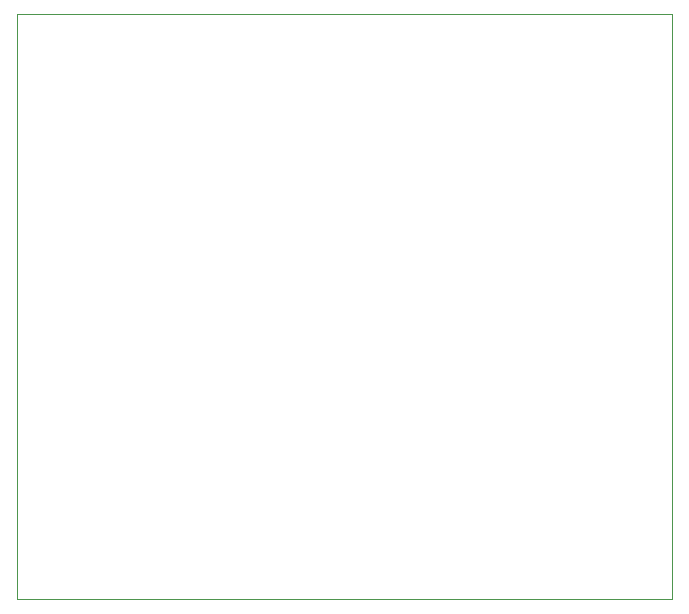
<source format=gbr>
%TF.GenerationSoftware,KiCad,Pcbnew,9.0.4*%
%TF.CreationDate,2025-10-16T14:37:17+03:00*%
%TF.ProjectId,ECAD_main,45434144-5f6d-4616-996e-2e6b69636164,rev?*%
%TF.SameCoordinates,Original*%
%TF.FileFunction,Profile,NP*%
%FSLAX46Y46*%
G04 Gerber Fmt 4.6, Leading zero omitted, Abs format (unit mm)*
G04 Created by KiCad (PCBNEW 9.0.4) date 2025-10-16 14:37:17*
%MOMM*%
%LPD*%
G01*
G04 APERTURE LIST*
%TA.AperFunction,Profile*%
%ADD10C,0.050000*%
%TD*%
G04 APERTURE END LIST*
D10*
X12500000Y-23000000D02*
X68000000Y-23000000D01*
X68000000Y-72500000D01*
X12500000Y-72500000D01*
X12500000Y-23000000D01*
M02*

</source>
